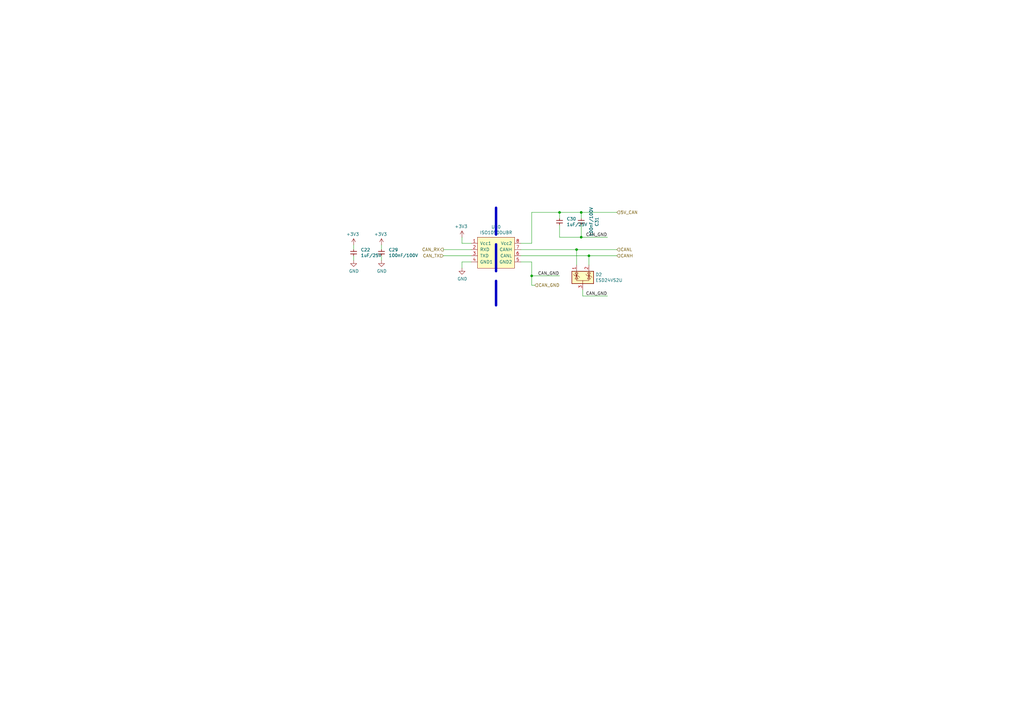
<source format=kicad_sch>
(kicad_sch (version 20230121) (generator eeschema)

  (uuid 54d99f00-ccf1-47ca-82dc-6abcb3aa298d)

  (paper "A3")

  (title_block
    (date "2023-10-19")
    (rev "V0.1")
    (company "teTra")
  )

  (lib_symbols
    (symbol "Device:C" (pin_numbers hide) (pin_names (offset 0.254)) (in_bom yes) (on_board yes)
      (property "Reference" "C" (at 0.635 2.54 0)
        (effects (font (size 1.27 1.27)) (justify left))
      )
      (property "Value" "C" (at 0.635 -2.54 0)
        (effects (font (size 1.27 1.27)) (justify left))
      )
      (property "Footprint" "" (at 0.9652 -3.81 0)
        (effects (font (size 1.27 1.27)) hide)
      )
      (property "Datasheet" "~" (at 0 0 0)
        (effects (font (size 1.27 1.27)) hide)
      )
      (property "ki_keywords" "cap capacitor" (at 0 0 0)
        (effects (font (size 1.27 1.27)) hide)
      )
      (property "ki_description" "Unpolarized capacitor" (at 0 0 0)
        (effects (font (size 1.27 1.27)) hide)
      )
      (property "ki_fp_filters" "C_*" (at 0 0 0)
        (effects (font (size 1.27 1.27)) hide)
      )
      (symbol "C_1_1"
        (polyline
          (pts
            (xy -1.27 -0.508)
            (xy 1.27 -0.508)
          )
          (stroke (width 0.254) (type default))
          (fill (type none))
        )
        (polyline
          (pts
            (xy -1.27 0.508)
            (xy 1.27 0.508)
          )
          (stroke (width 0.254) (type default))
          (fill (type none))
        )
        (pin passive line (at 0 1.27 270) (length 0.762)
          (name "~" (effects (font (size 1.27 1.27))))
          (number "1" (effects (font (size 1.27 1.27))))
        )
        (pin passive line (at 0 -1.27 90) (length 0.762)
          (name "~" (effects (font (size 1.27 1.27))))
          (number "2" (effects (font (size 1.27 1.27))))
        )
      )
    )
    (symbol "ENNOID:ISO1050DUBR" (pin_names (offset 1.016)) (in_bom yes) (on_board yes)
      (property "Reference" "U" (at 0 7.62 0)
        (effects (font (size 1.27 1.27)))
      )
      (property "Value" "ISO1050DUBR" (at 0 -7.62 0)
        (effects (font (size 1.27 1.27)))
      )
      (property "Footprint" "" (at -2.54 -8.89 0)
        (effects (font (size 1.27 1.27)) hide)
      )
      (property "Datasheet" "" (at -2.54 -8.89 0)
        (effects (font (size 1.27 1.27)) hide)
      )
      (symbol "ISO1050DUBR_0_1"
        (rectangle (start -7.62 -6.35) (end 7.62 6.35)
          (stroke (width 0) (type solid))
          (fill (type background))
        )
      )
      (symbol "ISO1050DUBR_1_1"
        (pin power_in line (at -10.16 3.81 0) (length 2.54)
          (name "Vcc1" (effects (font (size 1.27 1.27))))
          (number "1" (effects (font (size 1.27 1.27))))
        )
        (pin input line (at -10.16 1.27 0) (length 2.54)
          (name "RXD" (effects (font (size 1.27 1.27))))
          (number "2" (effects (font (size 1.27 1.27))))
        )
        (pin output line (at -10.16 -1.27 0) (length 2.54)
          (name "TXD" (effects (font (size 1.27 1.27))))
          (number "3" (effects (font (size 1.27 1.27))))
        )
        (pin passive line (at -10.16 -3.81 0) (length 2.54)
          (name "GND1" (effects (font (size 1.27 1.27))))
          (number "4" (effects (font (size 1.27 1.27))))
        )
        (pin passive line (at 10.16 -3.81 180) (length 2.54)
          (name "GND2" (effects (font (size 1.27 1.27))))
          (number "5" (effects (font (size 1.27 1.27))))
        )
        (pin bidirectional line (at 10.16 -1.27 180) (length 2.54)
          (name "CANL" (effects (font (size 1.27 1.27))))
          (number "6" (effects (font (size 1.27 1.27))))
        )
        (pin bidirectional line (at 10.16 1.27 180) (length 2.54)
          (name "CANH" (effects (font (size 1.27 1.27))))
          (number "7" (effects (font (size 1.27 1.27))))
        )
        (pin power_in line (at 10.16 3.81 180) (length 2.54)
          (name "Vcc2" (effects (font (size 1.27 1.27))))
          (number "8" (effects (font (size 1.27 1.27))))
        )
      )
    )
    (symbol "Power_Protection:SZNUP2105L" (pin_names hide) (in_bom yes) (on_board yes)
      (property "Reference" "D" (at 5.715 2.54 0)
        (effects (font (size 1.27 1.27)) (justify left))
      )
      (property "Value" "SZNUP2105L" (at 5.715 0.635 0)
        (effects (font (size 1.27 1.27)) (justify left))
      )
      (property "Footprint" "Package_TO_SOT_SMD:SOT-23" (at 5.715 -1.27 0)
        (effects (font (size 1.27 1.27)) (justify left) hide)
      )
      (property "Datasheet" "http://www.onsemi.com/pub_link/Collateral/NUP2105L-D.PDF" (at 3.175 3.175 0)
        (effects (font (size 1.27 1.27)) hide)
      )
      (property "ki_keywords" "can esd protection suppression transient automotive" (at 0 0 0)
        (effects (font (size 1.27 1.27)) hide)
      )
      (property "ki_description" "Dual Line CAN Bus Protector, 24Vrwm, Automotive Grade" (at 0 0 0)
        (effects (font (size 1.27 1.27)) hide)
      )
      (property "ki_fp_filters" "SOT?23*" (at 0 0 0)
        (effects (font (size 1.27 1.27)) hide)
      )
      (symbol "SZNUP2105L_0_0"
        (pin passive line (at 0 -5.08 90) (length 2.54)
          (name "A" (effects (font (size 1.27 1.27))))
          (number "3" (effects (font (size 1.27 1.27))))
        )
      )
      (symbol "SZNUP2105L_0_1"
        (rectangle (start -4.445 2.54) (end 4.445 -2.54)
          (stroke (width 0.254) (type default))
          (fill (type background))
        )
        (polyline
          (pts
            (xy -2.54 2.54)
            (xy -2.54 0.635)
          )
          (stroke (width 0) (type default))
          (fill (type none))
        )
        (polyline
          (pts
            (xy 0 -1.27)
            (xy 0 -2.54)
          )
          (stroke (width 0) (type default))
          (fill (type none))
        )
        (polyline
          (pts
            (xy 2.54 2.54)
            (xy 2.54 0.635)
          )
          (stroke (width 0) (type default))
          (fill (type none))
        )
        (polyline
          (pts
            (xy -3.81 1.27)
            (xy -3.175 0.635)
            (xy -1.905 0.635)
            (xy -1.27 0)
          )
          (stroke (width 0) (type default))
          (fill (type none))
        )
        (polyline
          (pts
            (xy -2.54 0.635)
            (xy -2.54 -1.27)
            (xy 2.54 -1.27)
            (xy 2.54 0.635)
          )
          (stroke (width 0) (type default))
          (fill (type none))
        )
        (polyline
          (pts
            (xy -2.54 0.635)
            (xy -1.905 -0.635)
            (xy -3.175 -0.635)
            (xy -2.54 0.635)
          )
          (stroke (width 0) (type default))
          (fill (type none))
        )
        (polyline
          (pts
            (xy 2.54 0.635)
            (xy 1.905 -0.635)
            (xy 3.175 -0.635)
            (xy 2.54 0.635)
          )
          (stroke (width 0) (type default))
          (fill (type none))
        )
        (polyline
          (pts
            (xy 2.54 0.635)
            (xy 3.175 1.905)
            (xy 1.905 1.905)
            (xy 2.54 0.635)
          )
          (stroke (width 0) (type default))
          (fill (type none))
        )
        (polyline
          (pts
            (xy -2.54 0.635)
            (xy -3.175 1.905)
            (xy -1.905 1.905)
            (xy -2.54 0.635)
            (xy -2.54 1.27)
          )
          (stroke (width 0) (type default))
          (fill (type none))
        )
        (polyline
          (pts
            (xy 1.27 1.27)
            (xy 1.905 0.635)
            (xy 2.54 0.635)
            (xy 3.175 0.635)
            (xy 3.81 0)
          )
          (stroke (width 0) (type default))
          (fill (type none))
        )
      )
      (symbol "SZNUP2105L_1_1"
        (pin passive line (at -2.54 5.08 270) (length 2.54)
          (name "K" (effects (font (size 1.27 1.27))))
          (number "1" (effects (font (size 1.27 1.27))))
        )
        (pin passive line (at 2.54 5.08 270) (length 2.54)
          (name "K" (effects (font (size 1.27 1.27))))
          (number "2" (effects (font (size 1.27 1.27))))
        )
      )
    )
    (symbol "power:+3V3" (power) (pin_names (offset 0)) (in_bom yes) (on_board yes)
      (property "Reference" "#PWR" (at 0 -3.81 0)
        (effects (font (size 1.27 1.27)) hide)
      )
      (property "Value" "+3V3" (at 0 3.556 0)
        (effects (font (size 1.27 1.27)))
      )
      (property "Footprint" "" (at 0 0 0)
        (effects (font (size 1.27 1.27)) hide)
      )
      (property "Datasheet" "" (at 0 0 0)
        (effects (font (size 1.27 1.27)) hide)
      )
      (property "ki_keywords" "global power" (at 0 0 0)
        (effects (font (size 1.27 1.27)) hide)
      )
      (property "ki_description" "Power symbol creates a global label with name \"+3V3\"" (at 0 0 0)
        (effects (font (size 1.27 1.27)) hide)
      )
      (symbol "+3V3_0_1"
        (polyline
          (pts
            (xy -0.762 1.27)
            (xy 0 2.54)
          )
          (stroke (width 0) (type default))
          (fill (type none))
        )
        (polyline
          (pts
            (xy 0 0)
            (xy 0 2.54)
          )
          (stroke (width 0) (type default))
          (fill (type none))
        )
        (polyline
          (pts
            (xy 0 2.54)
            (xy 0.762 1.27)
          )
          (stroke (width 0) (type default))
          (fill (type none))
        )
      )
      (symbol "+3V3_1_1"
        (pin power_in line (at 0 0 90) (length 0) hide
          (name "+3V3" (effects (font (size 1.27 1.27))))
          (number "1" (effects (font (size 1.27 1.27))))
        )
      )
    )
    (symbol "power:GND" (power) (pin_names (offset 0)) (in_bom yes) (on_board yes)
      (property "Reference" "#PWR" (at 0 -6.35 0)
        (effects (font (size 1.27 1.27)) hide)
      )
      (property "Value" "GND" (at 0 -3.81 0)
        (effects (font (size 1.27 1.27)))
      )
      (property "Footprint" "" (at 0 0 0)
        (effects (font (size 1.27 1.27)) hide)
      )
      (property "Datasheet" "" (at 0 0 0)
        (effects (font (size 1.27 1.27)) hide)
      )
      (property "ki_keywords" "global power" (at 0 0 0)
        (effects (font (size 1.27 1.27)) hide)
      )
      (property "ki_description" "Power symbol creates a global label with name \"GND\" , ground" (at 0 0 0)
        (effects (font (size 1.27 1.27)) hide)
      )
      (symbol "GND_0_1"
        (polyline
          (pts
            (xy 0 0)
            (xy 0 -1.27)
            (xy 1.27 -1.27)
            (xy 0 -2.54)
            (xy -1.27 -1.27)
            (xy 0 -1.27)
          )
          (stroke (width 0) (type default))
          (fill (type none))
        )
      )
      (symbol "GND_1_1"
        (pin power_in line (at 0 0 270) (length 0) hide
          (name "GND" (effects (font (size 1.27 1.27))))
          (number "1" (effects (font (size 1.27 1.27))))
        )
      )
    )
  )

  (junction (at 218.059 113.157) (diameter 0) (color 0 0 0 0)
    (uuid 1254a988-7a40-4da4-8c13-5009da7d2bdb)
  )
  (junction (at 229.489 87.122) (diameter 0) (color 0 0 0 0)
    (uuid 1e59925b-76d8-4a50-8966-55b040f93c13)
  )
  (junction (at 241.554 104.902) (diameter 0) (color 0 0 0 0)
    (uuid 7e33de3b-9d38-4537-aba8-502ba0af8430)
  )
  (junction (at 238.379 87.122) (diameter 0) (color 0 0 0 0)
    (uuid 7f20b5ae-dcf5-40ed-9d0a-8e2efff164d5)
  )
  (junction (at 238.379 97.282) (diameter 0) (color 0 0 0 0)
    (uuid bd5a118a-e9c7-417f-af14-2383b8fbdcb1)
  )
  (junction (at 236.474 102.362) (diameter 0) (color 0 0 0 0)
    (uuid fea87282-d4b0-4a26-8fea-64c0cafdb15d)
  )

  (wire (pts (xy 218.059 87.122) (xy 229.489 87.122))
    (stroke (width 0) (type default))
    (uuid 016021f3-7f40-4a5c-a7cf-b84c78d742e0)
  )
  (wire (pts (xy 156.464 100.457) (xy 156.464 102.362))
    (stroke (width 0) (type default))
    (uuid 01e30301-8b3b-4f89-9ee8-f38fcee46f4d)
  )
  (wire (pts (xy 181.864 102.362) (xy 193.294 102.362))
    (stroke (width 0) (type default))
    (uuid 046598c0-5986-4f68-a7a4-d2f93a512275)
  )
  (wire (pts (xy 189.484 97.282) (xy 189.484 99.822))
    (stroke (width 0) (type default))
    (uuid 051211f6-049a-42fa-a161-b2404a5d7478)
  )
  (wire (pts (xy 193.294 107.442) (xy 189.484 107.442))
    (stroke (width 0) (type default))
    (uuid 0f862748-81d2-4ebd-abbe-2a92044c7ce3)
  )
  (wire (pts (xy 229.489 87.122) (xy 238.379 87.122))
    (stroke (width 0) (type default))
    (uuid 1b17b9e1-de9a-4341-ab4e-484d782ed888)
  )
  (wire (pts (xy 239.014 118.872) (xy 239.014 121.412))
    (stroke (width 0) (type default))
    (uuid 1e71154e-078f-4f59-9a71-0302ea569d43)
  )
  (wire (pts (xy 145.034 104.902) (xy 145.034 106.807))
    (stroke (width 0) (type default))
    (uuid 21b5acb5-ad80-418e-98fd-7bb4aaccf4aa)
  )
  (wire (pts (xy 218.059 113.157) (xy 229.489 113.157))
    (stroke (width 0) (type default))
    (uuid 2380c540-0acc-441e-99fa-e23af6c734a1)
  )
  (wire (pts (xy 229.489 92.202) (xy 229.489 97.282))
    (stroke (width 0) (type default))
    (uuid 25977193-eb6c-4c38-857d-53755e205c27)
  )
  (wire (pts (xy 238.379 97.282) (xy 249.174 97.282))
    (stroke (width 0) (type default))
    (uuid 27293050-32f2-4a93-a4dd-013a16c4ef08)
  )
  (wire (pts (xy 241.554 108.712) (xy 241.554 104.902))
    (stroke (width 0) (type default))
    (uuid 2ae6f50b-1656-4998-8a5b-628a6454f8a9)
  )
  (wire (pts (xy 213.614 102.362) (xy 236.474 102.362))
    (stroke (width 0) (type default))
    (uuid 3ce16117-9ae9-4203-873c-36c4d60dbcfc)
  )
  (polyline (pts (xy 203.454 85.217) (xy 203.454 125.222))
    (stroke (width 1) (type dash))
    (uuid 4f959f4c-6b0f-4bfd-b7e4-daae1355f8cf)
  )

  (wire (pts (xy 218.059 87.122) (xy 218.059 99.822))
    (stroke (width 0) (type default))
    (uuid 53c4b3c6-24f7-44c2-8d6c-528f3745a2c9)
  )
  (wire (pts (xy 218.059 99.822) (xy 213.614 99.822))
    (stroke (width 0) (type default))
    (uuid 54817efe-7cb2-431c-908c-709ad6887001)
  )
  (wire (pts (xy 156.464 104.902) (xy 156.464 106.807))
    (stroke (width 0) (type default))
    (uuid 5f7cf098-791a-403f-a5cd-67416b964469)
  )
  (wire (pts (xy 189.484 107.442) (xy 189.484 109.982))
    (stroke (width 0) (type default))
    (uuid 63848ba6-9d58-42ed-a06a-f0849791211e)
  )
  (wire (pts (xy 145.034 100.457) (xy 145.034 102.362))
    (stroke (width 0) (type default))
    (uuid 7292387b-ef28-47b1-ac21-650e9c3def9d)
  )
  (wire (pts (xy 238.379 87.122) (xy 252.984 87.122))
    (stroke (width 0) (type default))
    (uuid 77ee4ab9-3afe-440d-8b66-4dd87df326f8)
  )
  (wire (pts (xy 236.474 108.712) (xy 236.474 102.362))
    (stroke (width 0) (type default))
    (uuid 9ac5aa19-d563-4b46-858c-0a7e9a0c6bf6)
  )
  (wire (pts (xy 219.329 116.967) (xy 218.059 116.967))
    (stroke (width 0) (type default))
    (uuid a2323ff9-c1ee-40cb-8618-1ea8772bcdb1)
  )
  (wire (pts (xy 189.484 99.822) (xy 193.294 99.822))
    (stroke (width 0) (type default))
    (uuid b0127d98-8ab2-464d-a542-f66ed6384115)
  )
  (wire (pts (xy 181.864 104.902) (xy 193.294 104.902))
    (stroke (width 0) (type default))
    (uuid b18861d1-a1c0-49d9-9eb9-0fcff2668c2d)
  )
  (wire (pts (xy 218.059 116.967) (xy 218.059 113.157))
    (stroke (width 0) (type default))
    (uuid b4fdeb9a-84fd-4c18-a66e-574524d85586)
  )
  (wire (pts (xy 241.554 104.902) (xy 252.984 104.902))
    (stroke (width 0) (type default))
    (uuid c58cbd81-2552-492d-8c39-cf0bd1b98cfa)
  )
  (wire (pts (xy 238.379 87.122) (xy 238.379 89.662))
    (stroke (width 0) (type default))
    (uuid cc8ec8e1-6e03-4548-9d8a-973312bada5c)
  )
  (wire (pts (xy 239.014 121.412) (xy 249.174 121.412))
    (stroke (width 0) (type default))
    (uuid d1b93f81-adc6-4d6e-bf1e-59f3a15eb2f0)
  )
  (wire (pts (xy 218.059 107.442) (xy 218.059 113.157))
    (stroke (width 0) (type default))
    (uuid d1f7017c-3542-46a8-abd4-648ccedd9c62)
  )
  (wire (pts (xy 236.474 102.362) (xy 252.984 102.362))
    (stroke (width 0) (type default))
    (uuid d210e836-b137-4a70-a829-05876a5fe6be)
  )
  (wire (pts (xy 213.614 104.902) (xy 241.554 104.902))
    (stroke (width 0) (type default))
    (uuid df9a1bb3-aa29-4825-a704-c929b4644e73)
  )
  (wire (pts (xy 229.489 87.122) (xy 229.489 89.662))
    (stroke (width 0) (type default))
    (uuid dfb83152-7965-4403-9399-c15bd1a75df9)
  )
  (wire (pts (xy 229.489 97.282) (xy 238.379 97.282))
    (stroke (width 0) (type default))
    (uuid e038acee-083f-4fd1-a781-99e6e4a6bdf5)
  )
  (wire (pts (xy 218.059 107.442) (xy 213.614 107.442))
    (stroke (width 0) (type default))
    (uuid eb6c9651-06f9-48bd-b401-319a917e7eba)
  )
  (wire (pts (xy 238.379 92.202) (xy 238.379 97.282))
    (stroke (width 0) (type default))
    (uuid eee8c3d8-49cf-47f7-a17c-f17a2485549c)
  )

  (label "CAN_GND" (at 240.284 97.282 0) (fields_autoplaced)
    (effects (font (size 1.27 1.27)) (justify left bottom))
    (uuid 2d4074a3-ed26-43c4-8dda-3a6d82b0e0ed)
  )
  (label "CAN_GND" (at 220.599 113.157 0) (fields_autoplaced)
    (effects (font (size 1.27 1.27)) (justify left bottom))
    (uuid 431f4eb6-ded6-4e01-adb3-bb4368fe6c7e)
  )
  (label "CAN_GND" (at 240.284 121.412 0) (fields_autoplaced)
    (effects (font (size 1.27 1.27)) (justify left bottom))
    (uuid e4de4232-4daa-4f3d-8d90-d1c06be559ec)
  )

  (hierarchical_label "CANH" (shape input) (at 252.984 104.902 0) (fields_autoplaced)
    (effects (font (size 1.27 1.27)) (justify left))
    (uuid 1269e009-688f-4077-8de1-266b290b38a9)
  )
  (hierarchical_label "5V_CAN" (shape input) (at 252.984 87.122 0) (fields_autoplaced)
    (effects (font (size 1.27 1.27)) (justify left))
    (uuid 1cc6c17f-3a8d-4f88-9cbe-3c01ea02cb04)
  )
  (hierarchical_label "CANL" (shape input) (at 252.984 102.362 0) (fields_autoplaced)
    (effects (font (size 1.27 1.27)) (justify left))
    (uuid 22af486c-8e6e-47ba-9e14-538a2876c8ae)
  )
  (hierarchical_label "CAN_GND" (shape input) (at 219.329 116.967 0) (fields_autoplaced)
    (effects (font (size 1.27 1.27)) (justify left))
    (uuid 4ad181ae-1f78-4260-95ca-4150ad591881)
  )
  (hierarchical_label "CAN_RX" (shape output) (at 181.864 102.362 180) (fields_autoplaced)
    (effects (font (size 1.27 1.27)) (justify right))
    (uuid 5899ba24-15db-4a8e-acfc-b537a833e493)
  )
  (hierarchical_label "CAN_TX" (shape input) (at 181.864 104.902 180) (fields_autoplaced)
    (effects (font (size 1.27 1.27)) (justify right))
    (uuid 7b478eba-c4a2-4aac-97e4-0749e78fcde6)
  )

  (symbol (lib_id "power:+3V3") (at 189.484 97.282 0) (mirror y) (unit 1)
    (in_bom yes) (on_board yes) (dnp no)
    (uuid 1441b941-a5dd-473e-9672-4c55c1f3f4d7)
    (property "Reference" "#PWR014" (at 189.484 101.092 0)
      (effects (font (size 1.27 1.27)) hide)
    )
    (property "Value" "+3V3" (at 189.103 92.8878 0)
      (effects (font (size 1.27 1.27)))
    )
    (property "Footprint" "" (at 189.484 97.282 0)
      (effects (font (size 1.27 1.27)) hide)
    )
    (property "Datasheet" "" (at 189.484 97.282 0)
      (effects (font (size 1.27 1.27)) hide)
    )
    (pin "1" (uuid 4c8c92ac-b494-4510-89b2-bba2dbe86bb1))
    (instances
      (project "ESP32_Master"
        (path "/6a86ff6f-b159-4c4c-8a40-e732cc82e010/2d7845da-5cb7-4763-8500-25e391c30f99"
          (reference "#PWR014") (unit 1)
        )
      )
    )
  )

  (symbol (lib_id "power:GND") (at 145.034 106.807 0) (unit 1)
    (in_bom yes) (on_board yes) (dnp no)
    (uuid 1dc366e8-bef4-42b0-9001-ad6c62cbc57f)
    (property "Reference" "#PWR011" (at 145.034 113.157 0)
      (effects (font (size 1.27 1.27)) hide)
    )
    (property "Value" "GND" (at 145.161 111.2012 0)
      (effects (font (size 1.27 1.27)))
    )
    (property "Footprint" "" (at 145.034 106.807 0)
      (effects (font (size 1.27 1.27)) hide)
    )
    (property "Datasheet" "" (at 145.034 106.807 0)
      (effects (font (size 1.27 1.27)) hide)
    )
    (pin "1" (uuid 8770b559-dc6b-4072-9de7-2c9b7ae45433))
    (instances
      (project "ESP32_Master"
        (path "/6a86ff6f-b159-4c4c-8a40-e732cc82e010/2d7845da-5cb7-4763-8500-25e391c30f99"
          (reference "#PWR011") (unit 1)
        )
      )
    )
  )

  (symbol (lib_id "power:GND") (at 156.464 106.807 0) (unit 1)
    (in_bom yes) (on_board yes) (dnp no)
    (uuid 41ac0ef4-52ed-4ccd-9eb5-1b3f4e79c567)
    (property "Reference" "#PWR013" (at 156.464 113.157 0)
      (effects (font (size 1.27 1.27)) hide)
    )
    (property "Value" "GND" (at 156.591 111.2012 0)
      (effects (font (size 1.27 1.27)))
    )
    (property "Footprint" "" (at 156.464 106.807 0)
      (effects (font (size 1.27 1.27)) hide)
    )
    (property "Datasheet" "" (at 156.464 106.807 0)
      (effects (font (size 1.27 1.27)) hide)
    )
    (pin "1" (uuid 5164a25e-5d0f-4f9d-bc94-98c94a7d8eca))
    (instances
      (project "ESP32_Master"
        (path "/6a86ff6f-b159-4c4c-8a40-e732cc82e010/2d7845da-5cb7-4763-8500-25e391c30f99"
          (reference "#PWR013") (unit 1)
        )
      )
    )
  )

  (symbol (lib_id "Device:C") (at 238.379 90.932 180) (unit 1)
    (in_bom yes) (on_board yes) (dnp no)
    (uuid 4cb7512e-58c5-4569-bede-68aadf60ceed)
    (property "Reference" "C31" (at 244.7798 90.932 90)
      (effects (font (size 1.27 1.27)))
    )
    (property "Value" "100nF/100V" (at 242.4684 90.932 90)
      (effects (font (size 1.27 1.27)))
    )
    (property "Footprint" "Capacitor_SMD:C_0603_1608Metric" (at 237.4138 87.122 0)
      (effects (font (size 1.27 1.27)) hide)
    )
    (property "Datasheet" "https://www.digikey.jp/en/products/detail/samsung-electro-mechanics/CL10B104KC8NNNC/5961291?s=N4IgTCBcDaIMIBkCMAGAQqgLAaTgDgDki4AdEkAXQF8g" (at 238.379 90.932 0)
      (effects (font (size 1.27 1.27)) hide)
    )
    (property "MPN" "CL10B104KC8NNNC" (at 238.379 90.932 0)
      (effects (font (size 1.27 1.27)) hide)
    )
    (property "Description" "0.1 µF ±10% 100V Ceramic Capacitor X7R 0603 (1608 Metric)" (at 238.379 90.932 0)
      (effects (font (size 1.27 1.27)) hide)
    )
    (property "Link" "https://www.digikey.jp/en/products/detail/samsung-electro-mechanics/CL10B104KC8NNNC/5961291?s=N4IgTCBcDaIMIBkCMAGAQqgLAaTgDgDki4QBdAXyA" (at 238.379 90.932 0)
      (effects (font (size 1.27 1.27)) hide)
    )
    (pin "1" (uuid d160d2bc-8e37-41a3-85a1-8e646be8d1eb))
    (pin "2" (uuid 88cf04be-6cb2-4d8c-ae9e-aa6500e25faf))
    (instances
      (project "ESP32_Master"
        (path "/6a86ff6f-b159-4c4c-8a40-e732cc82e010/2d7845da-5cb7-4763-8500-25e391c30f99"
          (reference "C31") (unit 1)
        )
      )
    )
  )

  (symbol (lib_id "power:+3V3") (at 156.464 100.457 0) (mirror y) (unit 1)
    (in_bom yes) (on_board yes) (dnp no)
    (uuid 53f0f998-4baa-4295-9142-28974a23d875)
    (property "Reference" "#PWR012" (at 156.464 104.267 0)
      (effects (font (size 1.27 1.27)) hide)
    )
    (property "Value" "+3V3" (at 156.083 96.0628 0)
      (effects (font (size 1.27 1.27)))
    )
    (property "Footprint" "" (at 156.464 100.457 0)
      (effects (font (size 1.27 1.27)) hide)
    )
    (property "Datasheet" "" (at 156.464 100.457 0)
      (effects (font (size 1.27 1.27)) hide)
    )
    (pin "1" (uuid b6c348ae-7ae9-479b-9c7c-34104d044251))
    (instances
      (project "ESP32_Master"
        (path "/6a86ff6f-b159-4c4c-8a40-e732cc82e010/2d7845da-5cb7-4763-8500-25e391c30f99"
          (reference "#PWR012") (unit 1)
        )
      )
    )
  )

  (symbol (lib_id "Device:C") (at 156.464 103.632 0) (unit 1)
    (in_bom yes) (on_board yes) (dnp no)
    (uuid 6bc7b8bf-8f70-4e36-a88f-8ae078239ab5)
    (property "Reference" "C29" (at 159.385 102.4636 0)
      (effects (font (size 1.27 1.27)) (justify left))
    )
    (property "Value" "100nF/100V" (at 159.385 104.775 0)
      (effects (font (size 1.27 1.27)) (justify left))
    )
    (property "Footprint" "Capacitor_SMD:C_0603_1608Metric" (at 157.4292 107.442 0)
      (effects (font (size 1.27 1.27)) hide)
    )
    (property "Datasheet" "https://www.digikey.jp/en/products/detail/samsung-electro-mechanics/CL10B104KC8NNNC/5961291?s=N4IgTCBcDaIMIBkCMAGAQqgLAaTgDgDki4AdEkAXQF8g" (at 156.464 103.632 0)
      (effects (font (size 1.27 1.27)) hide)
    )
    (property "MPN" "CL10B104KC8NNNC" (at 156.464 103.632 0)
      (effects (font (size 1.27 1.27)) hide)
    )
    (property "Description" "0.1 µF ±10% 100V Ceramic Capacitor X7R 0603 (1608 Metric)" (at 156.464 103.632 0)
      (effects (font (size 1.27 1.27)) hide)
    )
    (property "Link" "https://www.digikey.jp/en/products/detail/samsung-electro-mechanics/CL10B104KC8NNNC/5961291?s=N4IgTCBcDaIMIBkCMAGAQqgLAaTgDgDki4QBdAXyA" (at 156.464 103.632 0)
      (effects (font (size 1.27 1.27)) hide)
    )
    (pin "1" (uuid ddc251c9-835f-4174-b869-d5b5d6d9b809))
    (pin "2" (uuid 1e857adc-5cd1-4fb1-b191-ae20aa751521))
    (instances
      (project "ESP32_Master"
        (path "/6a86ff6f-b159-4c4c-8a40-e732cc82e010/2d7845da-5cb7-4763-8500-25e391c30f99"
          (reference "C29") (unit 1)
        )
      )
    )
  )

  (symbol (lib_id "power:+3V3") (at 145.034 100.457 0) (mirror y) (unit 1)
    (in_bom yes) (on_board yes) (dnp no)
    (uuid 96913d97-f5a1-410c-9eb7-2118e4e2160c)
    (property "Reference" "#PWR010" (at 145.034 104.267 0)
      (effects (font (size 1.27 1.27)) hide)
    )
    (property "Value" "+3V3" (at 144.653 96.0628 0)
      (effects (font (size 1.27 1.27)))
    )
    (property "Footprint" "" (at 145.034 100.457 0)
      (effects (font (size 1.27 1.27)) hide)
    )
    (property "Datasheet" "" (at 145.034 100.457 0)
      (effects (font (size 1.27 1.27)) hide)
    )
    (pin "1" (uuid 4c089510-9321-44aa-bccb-9e3b13964cd6))
    (instances
      (project "ESP32_Master"
        (path "/6a86ff6f-b159-4c4c-8a40-e732cc82e010/2d7845da-5cb7-4763-8500-25e391c30f99"
          (reference "#PWR010") (unit 1)
        )
      )
    )
  )

  (symbol (lib_id "ENNOID:ISO1050DUBR") (at 203.454 103.632 0) (unit 1)
    (in_bom yes) (on_board yes) (dnp no)
    (uuid 97e10fac-059a-49cc-ba17-aac805c2c86e)
    (property "Reference" "U10" (at 203.454 93.091 0)
      (effects (font (size 1.27 1.27)))
    )
    (property "Value" "ISO1050DUBR" (at 203.454 95.4024 0)
      (effects (font (size 1.27 1.27)))
    )
    (property "Footprint" "Package_SO:SOP-8_6.62x9.15mm_P2.54mm" (at 200.914 112.522 0)
      (effects (font (size 1.27 1.27)) hide)
    )
    (property "Datasheet" "https://www.ti.com/general/docs/suppproductinfo.tsp?distId=10&gotoUrl=https%3A%2F%2Fwww.ti.com%2Flit%2Fgpn%2Fiso1050" (at 200.914 112.522 0)
      (effects (font (size 1.27 1.27)) hide)
    )
    (property "MPN" "ISO1050DUBR" (at 203.454 103.632 0)
      (effects (font (size 1.27 1.27)) hide)
    )
    (property "Description" "1/1 Transceiver, Isolated Half CANbus 8-SOP" (at 203.454 103.632 0)
      (effects (font (size 1.27 1.27)) hide)
    )
    (property "Link" "https://www.digikey.jp/en/products/detail/texas-instruments/ISO1050DUBR/2094633?s=N4IgTCBcDaIJIGUDyBGADAVjQEQKoCEAlEAXQF8g" (at 203.454 103.632 0)
      (effects (font (size 1.27 1.27)) hide)
    )
    (pin "1" (uuid b0c3b8a3-e2ad-4269-b88a-f6ee0862a3fd))
    (pin "2" (uuid f95f5d80-f63a-4828-8062-6ce791515703))
    (pin "3" (uuid 8cbac976-558d-4107-824b-c6ea1f1b8734))
    (pin "4" (uuid 8b477460-1f43-467b-8808-40be7a990a01))
    (pin "5" (uuid 1345211c-94a2-4ad9-900f-2fc576a4c27e))
    (pin "6" (uuid b13c8bc6-7f30-4ad9-960c-e58676288f73))
    (pin "7" (uuid 7f937ad8-e342-45b7-a279-f75e1b7114b7))
    (pin "8" (uuid 2f21dcfc-b270-4abd-adbb-8b2ceb8b8cbf))
    (instances
      (project "ESP32_Master"
        (path "/6a86ff6f-b159-4c4c-8a40-e732cc82e010/2d7845da-5cb7-4763-8500-25e391c30f99"
          (reference "U10") (unit 1)
        )
      )
    )
  )

  (symbol (lib_id "Device:C") (at 145.034 103.632 0) (unit 1)
    (in_bom yes) (on_board yes) (dnp no)
    (uuid bdaa70d6-a9bd-432b-9890-20c786422ffc)
    (property "Reference" "C22" (at 147.955 102.4636 0)
      (effects (font (size 1.27 1.27)) (justify left))
    )
    (property "Value" "1uF/25V" (at 147.955 104.775 0)
      (effects (font (size 1.27 1.27)) (justify left))
    )
    (property "Footprint" "Capacitor_SMD:C_0603_1608Metric" (at 145.9992 107.442 0)
      (effects (font (size 1.27 1.27)) hide)
    )
    (property "Datasheet" "https://mm.digikey.com/Volume0/opasdata/d220001/medias/docus/4562/0603B105K250XD.pdf" (at 145.034 103.632 0)
      (effects (font (size 1.27 1.27)) hide)
    )
    (property "MPN" "0603B105K250XD" (at 145.034 103.632 0)
      (effects (font (size 1.27 1.27)) hide)
    )
    (property "Description" "1 µF ±10% 25V Ceramic Capacitor X7R 0603 (1608 Metric)" (at 145.034 103.632 0)
      (effects (font (size 1.27 1.27)) hide)
    )
    (property "Link" "https://www.digikey.jp/en/products/detail/nextgen-components/0603B105K250XD/14670931" (at 145.034 103.632 0)
      (effects (font (size 1.27 1.27)) hide)
    )
    (pin "1" (uuid 56b1e2be-565d-4964-b983-140e1aa9e6a6))
    (pin "2" (uuid 25254d3e-19d2-47e7-9c1e-6be2a28b5408))
    (instances
      (project "ESP32_Master"
        (path "/6a86ff6f-b159-4c4c-8a40-e732cc82e010/2d7845da-5cb7-4763-8500-25e391c30f99"
          (reference "C22") (unit 1)
        )
      )
    )
  )

  (symbol (lib_id "Device:C") (at 229.489 90.932 0) (unit 1)
    (in_bom yes) (on_board yes) (dnp no)
    (uuid e7a594dc-f6c5-41be-9fb5-48076b54bddd)
    (property "Reference" "C30" (at 232.41 89.7636 0)
      (effects (font (size 1.27 1.27)) (justify left))
    )
    (property "Value" "1uF/25V" (at 232.41 92.075 0)
      (effects (font (size 1.27 1.27)) (justify left))
    )
    (property "Footprint" "Capacitor_SMD:C_0603_1608Metric" (at 230.4542 94.742 0)
      (effects (font (size 1.27 1.27)) hide)
    )
    (property "Datasheet" "https://mm.digikey.com/Volume0/opasdata/d220001/medias/docus/4562/0603B105K250XD.pdf" (at 229.489 90.932 0)
      (effects (font (size 1.27 1.27)) hide)
    )
    (property "MPN" "0603B105K250XD" (at 229.489 90.932 0)
      (effects (font (size 1.27 1.27)) hide)
    )
    (property "Description" "1 µF ±10% 25V Ceramic Capacitor X7R 0603 (1608 Metric)" (at 229.489 90.932 0)
      (effects (font (size 1.27 1.27)) hide)
    )
    (property "Link" "https://www.digikey.jp/en/products/detail/nextgen-components/0603B105K250XD/14670931" (at 229.489 90.932 0)
      (effects (font (size 1.27 1.27)) hide)
    )
    (pin "1" (uuid df992302-54c5-41f8-a742-d1873e5081a0))
    (pin "2" (uuid f8b7ed99-d9d3-464d-9bee-092b4e147e56))
    (instances
      (project "ESP32_Master"
        (path "/6a86ff6f-b159-4c4c-8a40-e732cc82e010/2d7845da-5cb7-4763-8500-25e391c30f99"
          (reference "C30") (unit 1)
        )
      )
    )
  )

  (symbol (lib_id "Power_Protection:SZNUP2105L") (at 239.014 113.792 0) (unit 1)
    (in_bom yes) (on_board yes) (dnp no)
    (uuid ebd841d0-a19c-46e3-b649-7721c079fcef)
    (property "Reference" "D2" (at 244.221 112.6236 0)
      (effects (font (size 1.27 1.27)) (justify left))
    )
    (property "Value" "ESD24VS2U" (at 244.221 114.935 0)
      (effects (font (size 1.27 1.27)) (justify left))
    )
    (property "Footprint" "Package_TO_SOT_SMD:SOT-23" (at 244.729 115.062 0)
      (effects (font (size 1.27 1.27)) (justify left) hide)
    )
    (property "Datasheet" "https://www.infineon.com/dgdl/Infineon-ESD24VS2U-DS-v01_01-en.pdf?fileId=db3a3043340fff53013413a2249d2ff3" (at 242.189 110.617 0)
      (effects (font (size 1.27 1.27)) hide)
    )
    (property "MPN" "ESD24VS2UE6327HTSA1" (at 239.014 113.792 0)
      (effects (font (size 1.27 1.27)) hide)
    )
    (property "Description" "41V Clamp 5A (8/20µs) Ipp Tvs Diode Surface Mount PG-SOT23" (at 239.014 113.792 0)
      (effects (font (size 1.27 1.27)) hide)
    )
    (property "Link" "https://www.digikey.jp/en/products/detail/infineon-technologies/ESD24VS2UE6327HTSA1/1785650" (at 239.014 113.792 0)
      (effects (font (size 1.27 1.27)) hide)
    )
    (pin "3" (uuid 9bcc85f6-331d-47e0-b4df-07eddd915ebf))
    (pin "1" (uuid 6942aeea-85bd-4eb4-af61-6f200017efb6))
    (pin "2" (uuid 9046d59f-d723-4d2a-9d00-587bef07390d))
    (instances
      (project "ESP32_Master"
        (path "/6a86ff6f-b159-4c4c-8a40-e732cc82e010/2d7845da-5cb7-4763-8500-25e391c30f99"
          (reference "D2") (unit 1)
        )
      )
    )
  )

  (symbol (lib_id "power:GND") (at 189.484 109.982 0) (unit 1)
    (in_bom yes) (on_board yes) (dnp no)
    (uuid eea1c714-d787-4c11-a0ab-2c5afde189c9)
    (property "Reference" "#PWR015" (at 189.484 116.332 0)
      (effects (font (size 1.27 1.27)) hide)
    )
    (property "Value" "GND" (at 189.611 114.3762 0)
      (effects (font (size 1.27 1.27)))
    )
    (property "Footprint" "" (at 189.484 109.982 0)
      (effects (font (size 1.27 1.27)) hide)
    )
    (property "Datasheet" "" (at 189.484 109.982 0)
      (effects (font (size 1.27 1.27)) hide)
    )
    (pin "1" (uuid e56fbbbd-075a-446d-8808-c8c68798929a))
    (instances
      (project "ESP32_Master"
        (path "/6a86ff6f-b159-4c4c-8a40-e732cc82e010/2d7845da-5cb7-4763-8500-25e391c30f99"
          (reference "#PWR015") (unit 1)
        )
      )
    )
  )
)

</source>
